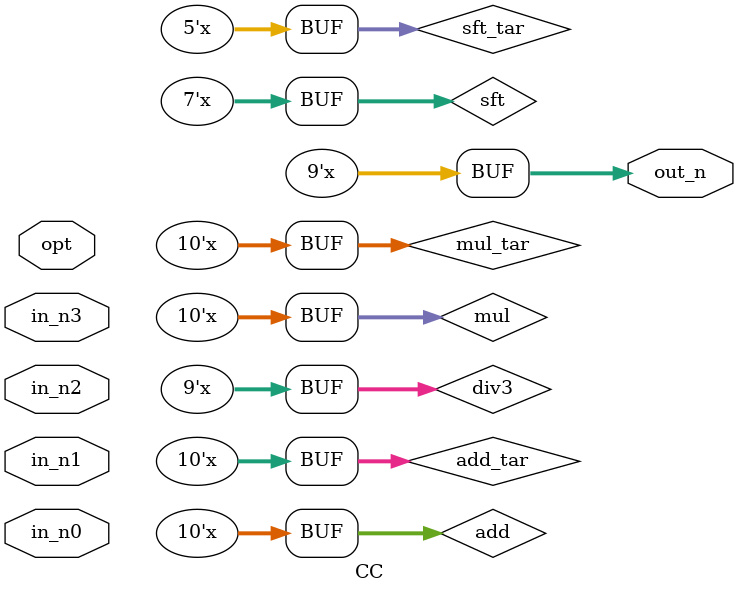
<source format=v>
module CC(
	input signed [3:0] in_n0,
	input signed [3:0] in_n1,
	input signed [3:0] in_n2,
	input signed [3:0] in_n3,
	input [3:0] opt,
	output reg signed [8:0] out_n
);

//Connection wires
reg signed [3:0] st_n0;
reg signed [3:0] st_n1;
reg signed [3:0] st_n2;
reg signed [3:0] st_n3;

//
reg signed [4:0] rm_n0;
reg signed [4:0] rm_n1;
reg signed [4:0] rm_n2;
reg signed [4:0] rm_n3;

// sort
reg signed [3:0] low1;
reg signed [3:0] low2;
reg signed [3:0] high1;
reg signed [3:0] high2;
reg signed [3:0] middle1;
reg signed [3:0] middle2;
reg signed [3:0] lowest;
reg signed [3:0] mid1;
reg signed [3:0] mid2;
reg signed [3:0] highest;
// mean
reg signed [5:0] mean;
reg signed [5:0] sum;
// eq0 eq1
reg signed [6:0] sft;
reg signed [4:0] sft_tar;
reg signed [4:0] rm_tar;
reg [1:0] sft_cons;
reg signed [9:0] mul;
reg signed [9:0] mul_tar;
reg signed [9:0] add;
reg signed [9:0] add_tar;
reg signed [8:0] div3;


always @ ( * ) begin
	// step 1 : sort or not
	if ( opt[0]==1'b0 ) begin
		// not sort
		st_n0 <= in_n0;
		st_n1 <= in_n1;
		st_n2 <= in_n2;
		st_n3 <= in_n3;
	end
	else begin
		if ( opt[1]==1'b0 ) begin
			// sort acend
			st_n0 <= highest;
			st_n1 <= mid2;
			st_n2 <= mid1;
			st_n3 <= lowest;
		end
		else begin
			// sort decend
			st_n0 <= lowest;
			st_n1 <= mid1;
			st_n2 <= mid2;
			st_n3 <= highest;
		end
	end
end

always @ ( * ) begin
	// step 2 : deduce mean or not
	if ( opt[2]==1'b0 ) begin
		sum <= 6'd0;
		mean <= 6'd0;
		//rm_n0 <= $signed( {{st_n0[3]},st_n0} );
		rm_n1 <= $signed( {{st_n1[3]},st_n1} );
		//rm_n2 <= $signed( {{st_n2[3]},st_n2} );
		rm_n3 <= $signed( {{st_n3[3]},st_n3} );
	end
	else begin
		sum <= st_n0 + st_n1 + st_n2 + st_n3;
		mean <= ( sum[5] == 1'b0 ) ? sum>>2 : -((-sum)>>2);
		//rm_n0 <= ( st_n0 - mean );
		rm_n1 <= ( st_n1 - mean );
		//rm_n2 <= ( st_n2 - mean );
		rm_n3 <= ( st_n3 - mean );
	end
end
always @ ( * ) begin
	if ( opt[3] == 1'b1 ) begin
		rm_tar <= $signed( {{st_n0[3]},st_n0} );
	end else begin
		rm_tar <= $signed( {{st_n2[3]},st_n2} );
	end
	sft_tar <= ( rm_tar - mean );
end

always @ ( * ) begin
	// step 3 : do eq0 or eq1
	if ( opt[3] == 1'b1 ) begin
		sft_cons <= 2'd1;
		//sft_tar <= rm_n0;
		mul_tar <= sft;
		add_tar <= mul;
		out_n <= add;
	end
	else begin
		sft_cons <= 2'd2;
		//sft_tar <= rm_n2;
		mul_tar <= add;
		add_tar <= sft;
		out_n <= div3;
	end
	sft <=  sft_tar <<< sft_cons;
	mul <= mul_tar * rm_n1;
	add <= add_tar + rm_n3;
	div3 <= mul/3;
	//$display("sft = %d sft_tar = %d sft_cons = %d mul = %d mul_tar = %d add = %d add_tar = %d div3 = %d ",sft,sft_tar,sft_cons,mul,mul_tar,add,add_tar,div3);
end

always @ ( in_n0 or in_n1 or in_n2 or in_n3 ) begin
	if ( in_n0 < in_n1 ) begin
		low1 <= in_n0;
		high1 <= in_n1;
	end
	else begin
		low1 <= in_n1;
		high1 <= in_n0;
	end
	if ( in_n2 < in_n3 ) begin
		low2 <= in_n2;
		high2 <= in_n3;
	end
	else  begin
		low2 <= in_n3;
		high2 <= in_n2;
	end
end
always @ ( low1 or high1 or low2 or high2 ) begin
	if ( low1 < low2 ) begin
		lowest <= low1;
		middle1 <= low2;
	end
	else begin
		lowest <= low2;
		middle1 <= low1;
	end
	if ( high1 < high2 ) begin
		highest <= high2;
		middle2 <= high1;
	end
	else  begin
		highest <= high1;
		middle2 <= high2;
	end
end
always @ ( middle1 or middle2 ) begin
	if ( middle1 < middle2 ) begin
		mid1 <= middle1;
		mid2 <= middle2;
	end
	else  begin
		mid1 <= middle2;
		mid2 <= middle1;
	end
end

always @ ( * ) begin
	//$display("st_n0 = %d st_n1 = %d st_n2 = %d st_n3 = %d",st_n0,st_n1,st_n2,st_n3);
end
always @ ( * ) begin
	//$display("rm_n1 = %d rm_n3 = %d rm_tar = %d sft_tar = %d",rm_n1,rm_n3,rm_tar,sft_tar);
end
always @ ( * ) begin
	//$display("mean = %d sum = %d ",mean,sum);
end

endmodule

</source>
